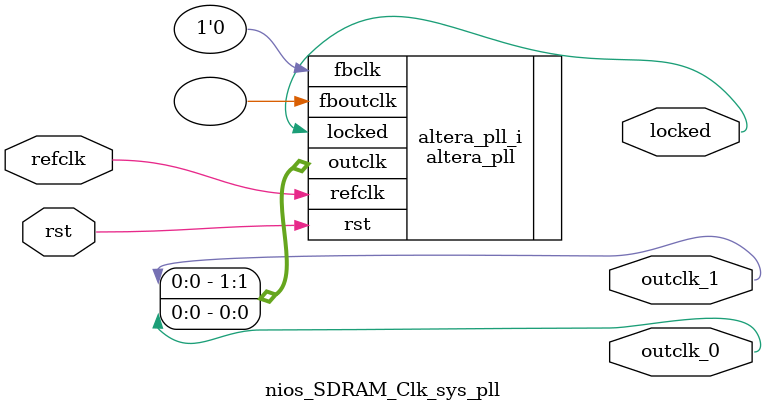
<source format=v>
`timescale 1ns/10ps
module  nios_SDRAM_Clk_sys_pll(

	// interface 'refclk'
	input wire refclk,

	// interface 'reset'
	input wire rst,

	// interface 'outclk0'
	output wire outclk_0,

	// interface 'outclk1'
	output wire outclk_1,

	// interface 'locked'
	output wire locked
);

	altera_pll #(
		.fractional_vco_multiplier("false"),
		.reference_clock_frequency("50.0 MHz"),
		.operation_mode("direct"),
		.number_of_clocks(2),
		.output_clock_frequency0("50.000000 MHz"),
		.phase_shift0("0 ps"),
		.duty_cycle0(50),
		.output_clock_frequency1("50.000000 MHz"),
		.phase_shift1("-3000 ps"),
		.duty_cycle1(50),
		.output_clock_frequency2("0 MHz"),
		.phase_shift2("0 ps"),
		.duty_cycle2(50),
		.output_clock_frequency3("0 MHz"),
		.phase_shift3("0 ps"),
		.duty_cycle3(50),
		.output_clock_frequency4("0 MHz"),
		.phase_shift4("0 ps"),
		.duty_cycle4(50),
		.output_clock_frequency5("0 MHz"),
		.phase_shift5("0 ps"),
		.duty_cycle5(50),
		.output_clock_frequency6("0 MHz"),
		.phase_shift6("0 ps"),
		.duty_cycle6(50),
		.output_clock_frequency7("0 MHz"),
		.phase_shift7("0 ps"),
		.duty_cycle7(50),
		.output_clock_frequency8("0 MHz"),
		.phase_shift8("0 ps"),
		.duty_cycle8(50),
		.output_clock_frequency9("0 MHz"),
		.phase_shift9("0 ps"),
		.duty_cycle9(50),
		.output_clock_frequency10("0 MHz"),
		.phase_shift10("0 ps"),
		.duty_cycle10(50),
		.output_clock_frequency11("0 MHz"),
		.phase_shift11("0 ps"),
		.duty_cycle11(50),
		.output_clock_frequency12("0 MHz"),
		.phase_shift12("0 ps"),
		.duty_cycle12(50),
		.output_clock_frequency13("0 MHz"),
		.phase_shift13("0 ps"),
		.duty_cycle13(50),
		.output_clock_frequency14("0 MHz"),
		.phase_shift14("0 ps"),
		.duty_cycle14(50),
		.output_clock_frequency15("0 MHz"),
		.phase_shift15("0 ps"),
		.duty_cycle15(50),
		.output_clock_frequency16("0 MHz"),
		.phase_shift16("0 ps"),
		.duty_cycle16(50),
		.output_clock_frequency17("0 MHz"),
		.phase_shift17("0 ps"),
		.duty_cycle17(50),
		.pll_type("General"),
		.pll_subtype("General")
	) altera_pll_i (
		.rst	(rst),
		.outclk	({outclk_1, outclk_0}),
		.locked	(locked),
		.fboutclk	( ),
		.fbclk	(1'b0),
		.refclk	(refclk)
	);
endmodule


</source>
